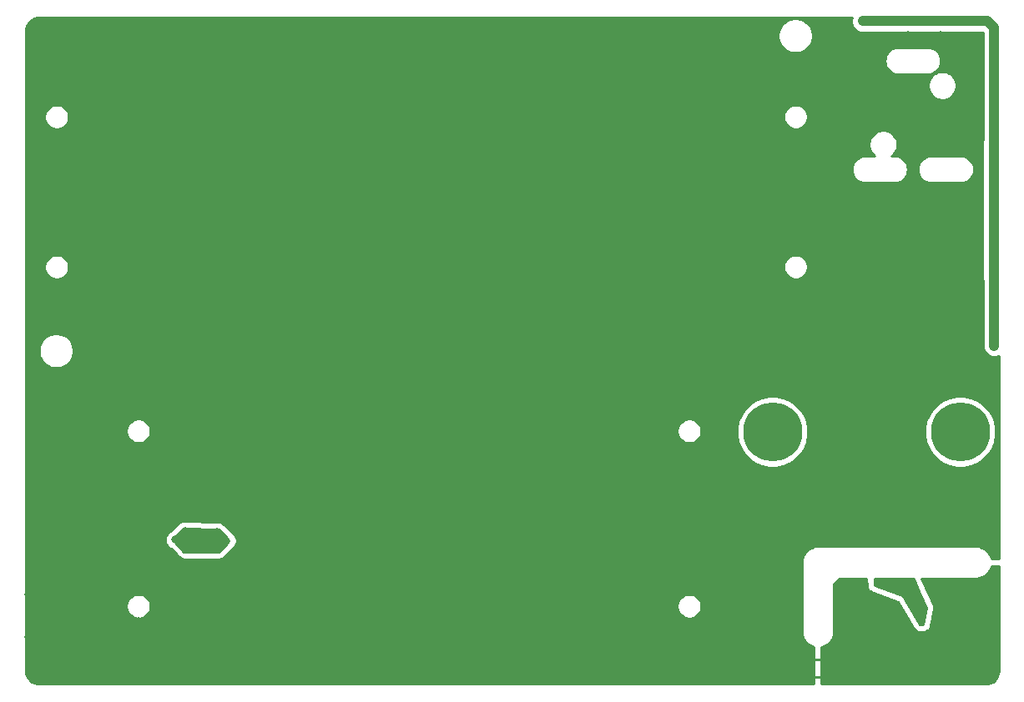
<source format=gbl>
G04 #@! TF.GenerationSoftware,KiCad,Pcbnew,(5.1.4)-1*
G04 #@! TF.CreationDate,2020-01-21T23:00:38-08:00*
G04 #@! TF.ProjectId,Light_intensity_data_logger,4c696768-745f-4696-9e74-656e73697479,rev?*
G04 #@! TF.SameCoordinates,Original*
G04 #@! TF.FileFunction,Copper,L2,Bot*
G04 #@! TF.FilePolarity,Positive*
%FSLAX46Y46*%
G04 Gerber Fmt 4.6, Leading zero omitted, Abs format (unit mm)*
G04 Created by KiCad (PCBNEW (5.1.4)-1) date 2020-01-21 23:00:38*
%MOMM*%
%LPD*%
G04 APERTURE LIST*
%ADD10C,6.000000*%
%ADD11C,0.800000*%
%ADD12C,0.250000*%
%ADD13C,1.000000*%
%ADD14C,0.254000*%
G04 APERTURE END LIST*
D10*
X149400000Y-74730000D03*
X168450000Y-74730000D03*
D11*
X161560000Y-93560000D03*
X161480000Y-94880000D03*
X161188703Y-92437044D03*
X158100000Y-91370000D03*
X159470000Y-91420000D03*
X167940000Y-93600000D03*
X169810000Y-93640000D03*
X158010000Y-97810000D03*
X160320000Y-96470000D03*
X139690000Y-91410000D03*
X139664999Y-93535001D03*
X142230000Y-73580000D03*
X142255001Y-75734999D03*
X106670000Y-91640000D03*
X106670000Y-93490000D03*
X87750000Y-55080000D03*
X93870000Y-55080000D03*
X99070000Y-55080000D03*
X103010000Y-55080000D03*
X107370000Y-55080000D03*
X116770000Y-48940000D03*
X118010000Y-55080000D03*
X129215000Y-54185000D03*
X124070000Y-60680000D03*
X88580000Y-41150000D03*
X92300000Y-41040000D03*
X104460000Y-38560000D03*
X108700000Y-38620000D03*
X110390000Y-37220000D03*
X158000000Y-39000000D03*
X154260000Y-39070000D03*
X164980000Y-40770000D03*
X157170000Y-36260000D03*
X159490000Y-34790000D03*
X163170000Y-34420000D03*
X161980000Y-40950000D03*
X162290000Y-43360000D03*
X170340000Y-34530000D03*
X166460000Y-34470000D03*
X144630000Y-46460000D03*
X143000000Y-49000000D03*
X143000000Y-52000000D03*
X138000000Y-54000000D03*
X128090000Y-64180000D03*
X131120000Y-61160000D03*
X134090000Y-58170000D03*
X136170000Y-56110000D03*
X134000000Y-55000000D03*
X130000000Y-58000000D03*
X127000000Y-61000000D03*
X124980000Y-57710000D03*
X122020000Y-47240000D03*
X121100000Y-59810000D03*
X119000000Y-63000000D03*
X112580000Y-57500000D03*
X116000000Y-60490000D03*
X117000000Y-66000000D03*
X114000000Y-63000000D03*
X110000000Y-65000000D03*
X109000000Y-58000000D03*
X105000000Y-61000000D03*
X102000000Y-65000000D03*
X100000000Y-58000000D03*
X90990000Y-57440000D03*
X86840000Y-57620000D03*
X84440000Y-63040000D03*
X95000000Y-60000000D03*
X83000000Y-58000000D03*
X84660000Y-69970000D03*
X80850000Y-66010000D03*
X77520000Y-61870000D03*
X91450000Y-68150000D03*
X88930000Y-67590000D03*
X97500000Y-68670000D03*
X104000000Y-68000000D03*
X74000000Y-40000000D03*
X74000000Y-35000000D03*
X76000000Y-33000000D03*
X80000000Y-33000000D03*
X85000000Y-33000000D03*
X90000000Y-33000000D03*
X95000000Y-33000000D03*
X100000000Y-33000000D03*
X105000000Y-33000000D03*
X110000000Y-33000000D03*
X115000000Y-33000000D03*
X120000000Y-33000000D03*
X124000000Y-33000000D03*
X129000000Y-33000000D03*
X134000000Y-33000000D03*
X139000000Y-33000000D03*
X144000000Y-33000000D03*
X150000000Y-33000000D03*
X155000000Y-33000000D03*
X119910000Y-38790000D03*
X124770000Y-38920000D03*
X130130000Y-38860000D03*
X135050000Y-38860000D03*
X139790000Y-38860000D03*
X148000000Y-36000000D03*
X77630000Y-40350000D03*
X75850000Y-39490000D03*
X80510000Y-41490000D03*
X96910000Y-51330000D03*
X101790000Y-44230000D03*
X110010000Y-42340000D03*
X115230000Y-42170000D03*
X120370000Y-42090000D03*
X126000000Y-46000000D03*
X110440000Y-48590000D03*
X96570000Y-46880000D03*
X102050000Y-49540000D03*
X105210000Y-42340000D03*
X125070000Y-42090000D03*
X124000000Y-51000000D03*
X169090000Y-42050000D03*
X170320000Y-48660000D03*
X170400000Y-52860000D03*
X151000000Y-55000000D03*
X147000000Y-58000000D03*
X144000000Y-62000000D03*
X141000000Y-64000000D03*
X139000000Y-67000000D03*
X136000000Y-69000000D03*
X133000000Y-70000000D03*
X133000000Y-79000000D03*
X130000000Y-82000000D03*
X134000000Y-82000000D03*
X138000000Y-82000000D03*
X141000000Y-81000000D03*
X136000000Y-80000000D03*
X139000000Y-70000000D03*
X143750000Y-70410000D03*
X142000000Y-69000000D03*
X143000000Y-66000000D03*
X146120000Y-67950000D03*
X146000000Y-63000000D03*
X148910000Y-65270000D03*
X149000000Y-58000000D03*
X118000000Y-84500000D03*
X121500000Y-84500000D03*
X126500000Y-84500000D03*
X131500000Y-84500000D03*
X136500000Y-84500000D03*
X140350000Y-84310000D03*
X142790000Y-81860000D03*
X144470000Y-79230000D03*
X144490000Y-75710000D03*
X144620000Y-72030000D03*
X147730000Y-68740000D03*
X150790000Y-65840000D03*
X164900000Y-49860000D03*
X161440000Y-52020000D03*
X156940000Y-51990000D03*
X152870000Y-63160000D03*
X99500000Y-81500000D03*
X102000000Y-83000000D03*
X106500000Y-82000000D03*
X110000000Y-83000000D03*
X108300000Y-79650000D03*
X118130000Y-92510000D03*
X120040000Y-98500000D03*
X117000000Y-98500000D03*
X113000000Y-89000000D03*
X113000000Y-92500000D03*
X113000000Y-97000000D03*
X111000000Y-98000000D03*
X78120000Y-72750000D03*
X78210000Y-81830000D03*
X79310000Y-92610000D03*
X74620000Y-69410000D03*
X75000000Y-63000000D03*
X79000000Y-67000000D03*
X82000000Y-70300000D03*
X73930000Y-95520000D03*
X83100000Y-85460000D03*
X81820000Y-74500000D03*
X82080000Y-78780000D03*
X74760000Y-85410000D03*
X86220000Y-80390000D03*
X87430000Y-85380000D03*
X90620000Y-81740000D03*
X79260000Y-100030000D03*
X74400000Y-99730000D03*
X85350000Y-87340000D03*
X82230000Y-90420000D03*
X86170000Y-99930000D03*
X90160000Y-92260000D03*
X87730000Y-92330000D03*
X87800000Y-97580000D03*
X90400000Y-99220000D03*
X93020000Y-97520000D03*
X172010000Y-86000000D03*
X166330000Y-85860000D03*
X161690000Y-85860000D03*
X158100000Y-86030000D03*
X154010000Y-86000000D03*
X152010000Y-89000000D03*
X152010000Y-93000000D03*
X152100000Y-95620000D03*
X148270000Y-95710000D03*
X143770000Y-95670000D03*
X143790000Y-91680000D03*
X143740000Y-86920000D03*
X147650000Y-82630000D03*
X147950000Y-91770000D03*
X157630000Y-80300000D03*
X155930000Y-69360000D03*
X153370000Y-75030000D03*
X153170000Y-72440000D03*
X160900000Y-65170000D03*
X167010000Y-100000000D03*
X171010000Y-100000000D03*
X171200000Y-96010000D03*
X172010000Y-93000000D03*
X172010000Y-89000000D03*
X165010000Y-90000000D03*
X166690000Y-91300000D03*
X169860000Y-91410000D03*
X169180000Y-98100000D03*
X98140000Y-98240000D03*
X158200000Y-46330000D03*
X151830000Y-46440000D03*
X155650000Y-48810000D03*
X100560000Y-85100000D03*
X103700000Y-85060000D03*
X106940000Y-84970000D03*
X111760000Y-85000000D03*
X108490000Y-87550000D03*
X105520000Y-87600000D03*
X103340000Y-87550000D03*
X80940000Y-51170000D03*
X79860000Y-46730000D03*
X75490000Y-49530000D03*
X74590000Y-44260000D03*
X122050000Y-86970000D03*
X126660000Y-87130000D03*
X130640000Y-87130000D03*
X133870000Y-87060000D03*
X138370000Y-87080000D03*
X89490000Y-42870000D03*
X89490000Y-45490000D03*
X89490000Y-47980000D03*
X89490000Y-50500000D03*
X89520000Y-53330000D03*
X84650000Y-53960000D03*
X86030000Y-41510000D03*
X83330000Y-41580000D03*
X82390000Y-45060000D03*
X134610000Y-41990000D03*
X132540000Y-41970000D03*
X129180000Y-42090000D03*
X128730000Y-44860000D03*
X128610000Y-48100000D03*
X128810000Y-51130000D03*
X132020000Y-54340000D03*
X117150000Y-37120000D03*
X114000000Y-34530000D03*
X110620000Y-34920000D03*
X117010000Y-34890000D03*
X125070000Y-82590000D03*
X120480000Y-82570000D03*
X115810000Y-82520000D03*
X112740000Y-79500000D03*
X120600000Y-69670000D03*
X122730000Y-67250000D03*
X125990000Y-63450000D03*
X124900000Y-65620000D03*
X122560000Y-62110000D03*
X120660000Y-73810000D03*
X120646678Y-78825000D03*
X113020000Y-74720000D03*
X113010000Y-70815000D03*
X113012653Y-77627347D03*
X92680000Y-74780000D03*
X92710000Y-71320000D03*
X95290000Y-74630000D03*
X100340000Y-74720000D03*
X102840000Y-78190000D03*
X102840000Y-74670000D03*
X105360000Y-74740000D03*
X115570000Y-74650000D03*
X118120000Y-74740000D03*
X115550000Y-70815000D03*
X116780000Y-79950000D03*
X105400000Y-78220000D03*
X105530000Y-70300000D03*
X118800000Y-79490000D03*
X118100000Y-70990000D03*
X92710000Y-92480000D03*
X92710000Y-88840000D03*
X95260000Y-92520000D03*
X95260000Y-89070000D03*
X95500000Y-98580000D03*
X100320000Y-88940000D03*
X100310000Y-92480000D03*
X100310000Y-96830000D03*
X102870000Y-96930000D03*
X102830000Y-92490000D03*
X118090000Y-88990000D03*
X123190000Y-92490000D03*
X123180000Y-89010000D03*
X123170000Y-97100000D03*
X128300000Y-96210000D03*
X128280000Y-92500000D03*
X130760000Y-92500000D03*
X130760000Y-96230000D03*
X133340000Y-96160000D03*
X133340000Y-92520000D03*
X135910000Y-92500000D03*
X135870000Y-95730000D03*
X138400000Y-95830000D03*
X140970000Y-95830000D03*
X163640000Y-98450000D03*
X165860000Y-96190000D03*
X153210000Y-57350000D03*
X155450000Y-59310000D03*
X153530000Y-60710000D03*
X150630000Y-59020000D03*
X155050000Y-60560000D03*
X153410000Y-52620000D03*
X152180000Y-60660000D03*
X154980000Y-57890000D03*
X122610000Y-65010000D03*
X125590000Y-61870000D03*
X117820000Y-69365000D03*
X119222347Y-68192347D03*
X144090000Y-37930000D03*
X165310000Y-43360000D03*
X74650000Y-78170000D03*
X82330000Y-95470000D03*
X74620000Y-73780000D03*
X157940000Y-93710000D03*
X156810000Y-91020000D03*
X74630000Y-54650000D03*
X76730000Y-56140000D03*
X78440000Y-57880000D03*
X110790000Y-67830000D03*
X92710000Y-78140000D03*
X95220000Y-78140000D03*
X97790000Y-78230000D03*
X100310000Y-78230000D03*
X97820000Y-74730000D03*
X95250000Y-69640000D03*
X100310000Y-69640000D03*
X103410000Y-79935000D03*
X99170000Y-79890000D03*
X89000000Y-79550000D03*
X94990000Y-81690000D03*
X85060000Y-93940000D03*
X90180000Y-88820000D03*
X87670000Y-88260000D03*
X85100000Y-90960000D03*
X151860000Y-41260000D03*
X148190000Y-42550000D03*
X171260000Y-78300000D03*
X170400000Y-57060000D03*
X158470000Y-57380000D03*
X167100000Y-52700000D03*
X167130000Y-44790000D03*
X170380000Y-44410000D03*
X167660000Y-81950000D03*
X170430000Y-61310000D03*
X170470000Y-65890000D03*
X165270000Y-72370000D03*
X166050000Y-78020000D03*
X151080000Y-78330000D03*
X156090000Y-40650000D03*
X147040000Y-39760000D03*
X158140000Y-42700000D03*
X159960000Y-72940000D03*
X74250000Y-87530000D03*
X73910000Y-91270000D03*
X77620000Y-87530000D03*
X80850000Y-87550000D03*
X78150000Y-96850000D03*
X79260000Y-85280000D03*
X169170000Y-38210000D03*
X162680000Y-46500000D03*
X166370000Y-46430000D03*
X154210000Y-46500000D03*
X154250000Y-42550000D03*
X150920000Y-69570000D03*
X155100000Y-65380000D03*
X158110000Y-62730000D03*
X147290000Y-71290000D03*
X171940000Y-72760000D03*
X170410000Y-69810000D03*
X163540000Y-56770000D03*
X164790000Y-61980000D03*
X158550000Y-33020000D03*
X160900000Y-33020000D03*
X162850000Y-33020000D03*
X165120000Y-33020000D03*
X167110000Y-33020000D03*
X169050000Y-33020000D03*
X171170000Y-33020000D03*
X171900000Y-34420000D03*
X171900000Y-36450000D03*
X171860000Y-48580000D03*
X171860000Y-50570000D03*
X171860000Y-52830000D03*
X171860000Y-54910000D03*
X171860000Y-56770000D03*
X171860000Y-58600000D03*
X171870000Y-60850000D03*
X171870000Y-63520000D03*
X171870000Y-66070000D03*
X164740000Y-92620000D03*
X163640000Y-91600000D03*
X163638807Y-90149999D03*
X161910000Y-90149999D03*
X164480000Y-93960000D03*
X160250000Y-90150000D03*
X93045020Y-86644990D03*
X93045020Y-84875020D03*
X94010000Y-85800000D03*
X89794980Y-86614980D03*
X88830000Y-85690000D03*
X89794980Y-84845010D03*
D12*
X161560000Y-93560000D02*
X161560000Y-94800000D01*
X161560000Y-94800000D02*
X161480000Y-94880000D01*
X161188703Y-93002729D02*
X161570000Y-93384026D01*
X161188703Y-92437044D02*
X161188703Y-93002729D01*
X161570000Y-93384026D02*
X161570000Y-93590000D01*
X157740000Y-93570000D02*
X157740000Y-91730000D01*
X157740000Y-91730000D02*
X158100000Y-91370000D01*
X158904315Y-91420000D02*
X158804315Y-91320000D01*
X159470000Y-91420000D02*
X158904315Y-91420000D01*
X158804315Y-91320000D02*
X158050000Y-91320000D01*
X158050000Y-91320000D02*
X158000000Y-91370000D01*
X167180000Y-93620000D02*
X168580000Y-93620000D01*
X169810000Y-93640000D02*
X167190000Y-93640000D01*
X167190000Y-93640000D02*
X167180000Y-93630000D01*
X158010000Y-97810000D02*
X158980000Y-97810000D01*
X158980000Y-97810000D02*
X160320000Y-96470000D01*
X158010000Y-97810000D02*
X151540000Y-97810000D01*
X151540000Y-97810000D02*
X151530000Y-97800000D01*
X158010000Y-98375685D02*
X156745685Y-99640000D01*
X158010000Y-97810000D02*
X158010000Y-98375685D01*
X156745685Y-99640000D02*
X151530000Y-99640000D01*
X151530000Y-99640000D02*
X151520000Y-99650000D01*
D13*
X158550000Y-33020000D02*
X171230000Y-33020000D01*
X171230000Y-33020000D02*
X171870000Y-33660000D01*
X171870000Y-45140000D02*
X171860000Y-45150000D01*
X171870000Y-33660000D02*
X171870000Y-45140000D01*
X171860000Y-45150000D02*
X171860000Y-48580000D01*
X171860000Y-48580000D02*
X171860000Y-58600000D01*
X171860000Y-59165685D02*
X171880000Y-59185685D01*
X171860000Y-58600000D02*
X171860000Y-59165685D01*
X171880000Y-59185685D02*
X171880000Y-65990000D01*
D12*
X163640000Y-91600000D02*
X163640000Y-90151192D01*
X163640000Y-90151192D02*
X163638807Y-90149999D01*
X161910000Y-90149999D02*
X163630001Y-90149999D01*
X163630001Y-90149999D02*
X163650000Y-90130000D01*
X164340001Y-92220001D02*
X164330001Y-92220001D01*
X164740000Y-92620000D02*
X164340001Y-92220001D01*
X164330001Y-92220001D02*
X163650000Y-91540000D01*
X164480000Y-93960000D02*
X164480000Y-92880000D01*
X164480000Y-92880000D02*
X164740000Y-92620000D01*
X161910000Y-90149999D02*
X160250001Y-90149999D01*
X160250001Y-90149999D02*
X160250000Y-90150000D01*
X93445019Y-85275019D02*
X93465019Y-85275019D01*
X93045020Y-84875020D02*
X93445019Y-85275019D01*
X93465019Y-85275019D02*
X93980000Y-85790000D01*
X93980000Y-85790000D02*
X93930000Y-85790000D01*
X93930000Y-85790000D02*
X93090000Y-86630000D01*
X93090000Y-86630000D02*
X93080000Y-86630000D01*
X90574990Y-85844980D02*
X89794980Y-86624990D01*
X93045020Y-85844980D02*
X90574990Y-85844980D01*
X93045020Y-85844980D02*
X93045020Y-84875020D01*
X93045020Y-86644990D02*
X93045020Y-85844980D01*
X89394981Y-86214981D02*
X89374981Y-86214981D01*
X89750000Y-84860000D02*
X89760000Y-84860000D01*
X88860000Y-85700000D02*
X88910000Y-85700000D01*
X89794980Y-86614980D02*
X89394981Y-86214981D01*
X89374981Y-86214981D02*
X88860000Y-85700000D01*
X88910000Y-85700000D02*
X89750000Y-84860000D01*
X89794980Y-84845010D02*
X89794980Y-86614980D01*
D14*
G36*
X164011730Y-90286594D02*
G01*
X164014774Y-90301898D01*
X164092795Y-90490256D01*
X164121022Y-90532501D01*
X165037277Y-92594074D01*
X164686895Y-94263000D01*
X164332499Y-94263000D01*
X162639360Y-91395429D01*
X162624661Y-91375335D01*
X162606325Y-91358494D01*
X162573732Y-91340767D01*
X159762007Y-90309477D01*
X159724490Y-89656682D01*
X163727553Y-89647196D01*
X164011730Y-90286594D01*
X164011730Y-90286594D01*
G37*
X164011730Y-90286594D02*
X164014774Y-90301898D01*
X164092795Y-90490256D01*
X164121022Y-90532501D01*
X165037277Y-92594074D01*
X164686895Y-94263000D01*
X164332499Y-94263000D01*
X162639360Y-91395429D01*
X162624661Y-91375335D01*
X162606325Y-91358494D01*
X162573732Y-91340767D01*
X159762007Y-90309477D01*
X159724490Y-89656682D01*
X163727553Y-89647196D01*
X164011730Y-90286594D01*
G36*
X93176569Y-84606563D02*
G01*
X94043000Y-85482211D01*
X94043000Y-86096576D01*
X93198653Y-86922567D01*
X89703427Y-86893440D01*
X88817737Y-85998525D01*
X88826255Y-85393758D01*
X89651752Y-84577432D01*
X93176569Y-84606563D01*
X93176569Y-84606563D01*
G37*
X93176569Y-84606563D02*
X94043000Y-85482211D01*
X94043000Y-86096576D01*
X93198653Y-86922567D01*
X89703427Y-86893440D01*
X88817737Y-85998525D01*
X88826255Y-85393758D01*
X89651752Y-84577432D01*
X93176569Y-84606563D01*
G36*
X172340001Y-98967711D02*
G01*
X172311375Y-99259660D01*
X172235965Y-99509429D01*
X172113477Y-99739794D01*
X171948579Y-99941979D01*
X171747546Y-100108288D01*
X171518046Y-100232378D01*
X171268805Y-100309531D01*
X170978911Y-100340000D01*
X154377000Y-100340000D01*
X154377000Y-96577242D01*
X154638715Y-96497852D01*
X154922752Y-96346031D01*
X155171714Y-96141714D01*
X155376031Y-95892752D01*
X155527852Y-95608715D01*
X155621343Y-95300516D01*
X155645000Y-95060322D01*
X155645000Y-90157239D01*
X156187239Y-89615000D01*
X158958837Y-89615000D01*
X159006046Y-90436434D01*
X159022825Y-90549400D01*
X159063831Y-90666934D01*
X159126978Y-90774210D01*
X159209840Y-90867105D01*
X159309233Y-90942050D01*
X159421338Y-90996164D01*
X162098476Y-91978090D01*
X163713200Y-94712854D01*
X163810987Y-94839013D01*
X163907213Y-94917983D01*
X164016996Y-94976664D01*
X164136118Y-95012799D01*
X164260000Y-95025000D01*
X164790000Y-95025000D01*
X164907280Y-95014076D01*
X165026778Y-94979204D01*
X165137176Y-94921689D01*
X165234233Y-94843742D01*
X165314218Y-94748358D01*
X165374057Y-94639203D01*
X165411452Y-94520471D01*
X165455987Y-94308346D01*
X165475226Y-94261898D01*
X165515000Y-94061939D01*
X165515000Y-94027256D01*
X165791452Y-92710471D01*
X165804793Y-92563793D01*
X165789434Y-92440263D01*
X165750270Y-92322102D01*
X164547114Y-89615000D01*
X170090322Y-89615000D01*
X170330516Y-89591343D01*
X170638715Y-89497852D01*
X170922752Y-89346031D01*
X171171714Y-89141714D01*
X171376031Y-88892752D01*
X171527852Y-88608715D01*
X171598142Y-88377000D01*
X172340001Y-88377000D01*
X172340001Y-98967711D01*
X172340001Y-98967711D01*
G37*
X172340001Y-98967711D02*
X172311375Y-99259660D01*
X172235965Y-99509429D01*
X172113477Y-99739794D01*
X171948579Y-99941979D01*
X171747546Y-100108288D01*
X171518046Y-100232378D01*
X171268805Y-100309531D01*
X170978911Y-100340000D01*
X154377000Y-100340000D01*
X154377000Y-96577242D01*
X154638715Y-96497852D01*
X154922752Y-96346031D01*
X155171714Y-96141714D01*
X155376031Y-95892752D01*
X155527852Y-95608715D01*
X155621343Y-95300516D01*
X155645000Y-95060322D01*
X155645000Y-90157239D01*
X156187239Y-89615000D01*
X158958837Y-89615000D01*
X159006046Y-90436434D01*
X159022825Y-90549400D01*
X159063831Y-90666934D01*
X159126978Y-90774210D01*
X159209840Y-90867105D01*
X159309233Y-90942050D01*
X159421338Y-90996164D01*
X162098476Y-91978090D01*
X163713200Y-94712854D01*
X163810987Y-94839013D01*
X163907213Y-94917983D01*
X164016996Y-94976664D01*
X164136118Y-95012799D01*
X164260000Y-95025000D01*
X164790000Y-95025000D01*
X164907280Y-95014076D01*
X165026778Y-94979204D01*
X165137176Y-94921689D01*
X165234233Y-94843742D01*
X165314218Y-94748358D01*
X165374057Y-94639203D01*
X165411452Y-94520471D01*
X165455987Y-94308346D01*
X165475226Y-94261898D01*
X165515000Y-94061939D01*
X165515000Y-94027256D01*
X165791452Y-92710471D01*
X165804793Y-92563793D01*
X165789434Y-92440263D01*
X165750270Y-92322102D01*
X164547114Y-89615000D01*
X170090322Y-89615000D01*
X170330516Y-89591343D01*
X170638715Y-89497852D01*
X170922752Y-89346031D01*
X171171714Y-89141714D01*
X171376031Y-88892752D01*
X171527852Y-88608715D01*
X171598142Y-88377000D01*
X172340001Y-88377000D01*
X172340001Y-98967711D01*
G36*
X157431423Y-32797501D02*
G01*
X157409509Y-33020000D01*
X157431423Y-33242499D01*
X157496324Y-33456447D01*
X157601716Y-33653623D01*
X157743551Y-33826449D01*
X157916377Y-33968284D01*
X158113553Y-34073676D01*
X158327501Y-34138577D01*
X158494248Y-34155000D01*
X170735000Y-34155000D01*
X170735001Y-44992706D01*
X170719509Y-45150000D01*
X170725000Y-45205752D01*
X170725001Y-48524239D01*
X170725000Y-48524249D01*
X170725001Y-58544239D01*
X170725000Y-58544249D01*
X170725000Y-59109934D01*
X170719509Y-59165685D01*
X170725000Y-59221436D01*
X170725000Y-59221437D01*
X170741423Y-59388184D01*
X170745000Y-59399976D01*
X170745001Y-66045752D01*
X170761424Y-66212499D01*
X170826325Y-66426447D01*
X170931717Y-66623623D01*
X171073552Y-66796449D01*
X171246378Y-66938284D01*
X171443554Y-67043676D01*
X171657502Y-67108577D01*
X171880000Y-67130491D01*
X172102499Y-67108577D01*
X172316447Y-67043676D01*
X172340001Y-67031086D01*
X172340001Y-87623000D01*
X171610276Y-87623000D01*
X171527852Y-87351285D01*
X171376031Y-87067248D01*
X171171714Y-86818286D01*
X170922752Y-86613969D01*
X170638715Y-86462148D01*
X170330516Y-86368657D01*
X170090322Y-86345000D01*
X154090322Y-86345000D01*
X154010000Y-86337089D01*
X153929678Y-86345000D01*
X153689484Y-86368657D01*
X153381285Y-86462148D01*
X153097248Y-86613969D01*
X152848286Y-86818286D01*
X152643969Y-87067248D01*
X152492148Y-87351285D01*
X152398657Y-87659484D01*
X152367089Y-87980000D01*
X152375000Y-88060322D01*
X152375001Y-95060322D01*
X152398658Y-95300516D01*
X152492149Y-95608715D01*
X152643970Y-95892752D01*
X152848287Y-96141714D01*
X153097249Y-96346031D01*
X153381286Y-96497852D01*
X153623000Y-96571175D01*
X153623000Y-100340000D01*
X75032279Y-100340000D01*
X74740340Y-100311375D01*
X74490571Y-100235965D01*
X74260206Y-100113477D01*
X74058021Y-99948579D01*
X73891712Y-99747546D01*
X73767622Y-99518046D01*
X73690469Y-99268805D01*
X73660000Y-98978911D01*
X73660000Y-92324856D01*
X83840000Y-92324856D01*
X83840000Y-92567144D01*
X83887269Y-92804778D01*
X83979989Y-93028623D01*
X84114597Y-93230079D01*
X84285921Y-93401403D01*
X84487377Y-93536011D01*
X84711222Y-93628731D01*
X84948856Y-93676000D01*
X85191144Y-93676000D01*
X85428778Y-93628731D01*
X85652623Y-93536011D01*
X85854079Y-93401403D01*
X86025403Y-93230079D01*
X86160011Y-93028623D01*
X86252731Y-92804778D01*
X86300000Y-92567144D01*
X86300000Y-92324856D01*
X139720000Y-92324856D01*
X139720000Y-92567144D01*
X139767269Y-92804778D01*
X139859989Y-93028623D01*
X139994597Y-93230079D01*
X140165921Y-93401403D01*
X140367377Y-93536011D01*
X140591222Y-93628731D01*
X140828856Y-93676000D01*
X141071144Y-93676000D01*
X141308778Y-93628731D01*
X141532623Y-93536011D01*
X141734079Y-93401403D01*
X141905403Y-93230079D01*
X142040011Y-93028623D01*
X142132731Y-92804778D01*
X142180000Y-92567144D01*
X142180000Y-92324856D01*
X142132731Y-92087222D01*
X142040011Y-91863377D01*
X141905403Y-91661921D01*
X141734079Y-91490597D01*
X141532623Y-91355989D01*
X141308778Y-91263269D01*
X141071144Y-91216000D01*
X140828856Y-91216000D01*
X140591222Y-91263269D01*
X140367377Y-91355989D01*
X140165921Y-91490597D01*
X139994597Y-91661921D01*
X139859989Y-91863377D01*
X139767269Y-92087222D01*
X139720000Y-92324856D01*
X86300000Y-92324856D01*
X86252731Y-92087222D01*
X86160011Y-91863377D01*
X86025403Y-91661921D01*
X85854079Y-91490597D01*
X85652623Y-91355989D01*
X85428778Y-91263269D01*
X85191144Y-91216000D01*
X84948856Y-91216000D01*
X84711222Y-91263269D01*
X84487377Y-91355989D01*
X84285921Y-91490597D01*
X84114597Y-91661921D01*
X83979989Y-91863377D01*
X83887269Y-92087222D01*
X83840000Y-92324856D01*
X73660000Y-92324856D01*
X73660000Y-85588061D01*
X87795000Y-85588061D01*
X87795000Y-85791939D01*
X87834774Y-85991898D01*
X87912795Y-86180256D01*
X88026063Y-86349774D01*
X88170226Y-86493937D01*
X88339744Y-86607205D01*
X88353825Y-86613038D01*
X88954307Y-87219775D01*
X88991043Y-87274754D01*
X89135206Y-87418917D01*
X89183006Y-87450856D01*
X89198667Y-87466680D01*
X89292825Y-87545025D01*
X89402116Y-87604618D01*
X89520932Y-87641745D01*
X89644709Y-87654978D01*
X93244709Y-87684978D01*
X93367031Y-87674122D01*
X93486543Y-87639298D01*
X93596964Y-87581828D01*
X93694052Y-87503920D01*
X94496776Y-86718646D01*
X94500256Y-86717205D01*
X94669774Y-86603937D01*
X94813937Y-86459774D01*
X94927205Y-86290256D01*
X95005226Y-86101898D01*
X95045000Y-85901939D01*
X95045000Y-85698061D01*
X95005226Y-85498102D01*
X94927205Y-85309744D01*
X94813937Y-85140226D01*
X94669774Y-84996063D01*
X94564031Y-84925408D01*
X93681382Y-84033369D01*
X93587138Y-83954950D01*
X93477844Y-83895365D01*
X93359025Y-83858246D01*
X93235248Y-83845022D01*
X93169369Y-83844478D01*
X93146959Y-83840020D01*
X92943081Y-83840020D01*
X92930592Y-83842504D01*
X89935852Y-83817754D01*
X89896919Y-83810010D01*
X89693041Y-83810010D01*
X89665347Y-83815519D01*
X89605248Y-83815022D01*
X89479599Y-83826519D01*
X89360277Y-83861988D01*
X89250168Y-83920054D01*
X89153503Y-83998486D01*
X88392658Y-84750877D01*
X88339744Y-84772795D01*
X88170226Y-84886063D01*
X88026063Y-85030226D01*
X87912795Y-85199744D01*
X87834774Y-85388102D01*
X87795000Y-85588061D01*
X73660000Y-85588061D01*
X73660000Y-74514856D01*
X83840000Y-74514856D01*
X83840000Y-74757144D01*
X83887269Y-74994778D01*
X83979989Y-75218623D01*
X84114597Y-75420079D01*
X84285921Y-75591403D01*
X84487377Y-75726011D01*
X84711222Y-75818731D01*
X84948856Y-75866000D01*
X85191144Y-75866000D01*
X85428778Y-75818731D01*
X85652623Y-75726011D01*
X85854079Y-75591403D01*
X86025403Y-75420079D01*
X86160011Y-75218623D01*
X86252731Y-74994778D01*
X86300000Y-74757144D01*
X86300000Y-74514856D01*
X139720000Y-74514856D01*
X139720000Y-74757144D01*
X139767269Y-74994778D01*
X139859989Y-75218623D01*
X139994597Y-75420079D01*
X140165921Y-75591403D01*
X140367377Y-75726011D01*
X140591222Y-75818731D01*
X140828856Y-75866000D01*
X141071144Y-75866000D01*
X141308778Y-75818731D01*
X141532623Y-75726011D01*
X141734079Y-75591403D01*
X141905403Y-75420079D01*
X142040011Y-75218623D01*
X142132731Y-74994778D01*
X142180000Y-74757144D01*
X142180000Y-74514856D01*
X142151581Y-74371984D01*
X145765000Y-74371984D01*
X145765000Y-75088016D01*
X145904691Y-75790290D01*
X146178705Y-76451818D01*
X146576511Y-77047177D01*
X147082823Y-77553489D01*
X147678182Y-77951295D01*
X148339710Y-78225309D01*
X149041984Y-78365000D01*
X149758016Y-78365000D01*
X150460290Y-78225309D01*
X151121818Y-77951295D01*
X151717177Y-77553489D01*
X152223489Y-77047177D01*
X152621295Y-76451818D01*
X152895309Y-75790290D01*
X153035000Y-75088016D01*
X153035000Y-74371984D01*
X164815000Y-74371984D01*
X164815000Y-75088016D01*
X164954691Y-75790290D01*
X165228705Y-76451818D01*
X165626511Y-77047177D01*
X166132823Y-77553489D01*
X166728182Y-77951295D01*
X167389710Y-78225309D01*
X168091984Y-78365000D01*
X168808016Y-78365000D01*
X169510290Y-78225309D01*
X170171818Y-77951295D01*
X170767177Y-77553489D01*
X171273489Y-77047177D01*
X171671295Y-76451818D01*
X171945309Y-75790290D01*
X172085000Y-75088016D01*
X172085000Y-74371984D01*
X171945309Y-73669710D01*
X171671295Y-73008182D01*
X171273489Y-72412823D01*
X170767177Y-71906511D01*
X170171818Y-71508705D01*
X169510290Y-71234691D01*
X168808016Y-71095000D01*
X168091984Y-71095000D01*
X167389710Y-71234691D01*
X166728182Y-71508705D01*
X166132823Y-71906511D01*
X165626511Y-72412823D01*
X165228705Y-73008182D01*
X164954691Y-73669710D01*
X164815000Y-74371984D01*
X153035000Y-74371984D01*
X152895309Y-73669710D01*
X152621295Y-73008182D01*
X152223489Y-72412823D01*
X151717177Y-71906511D01*
X151121818Y-71508705D01*
X150460290Y-71234691D01*
X149758016Y-71095000D01*
X149041984Y-71095000D01*
X148339710Y-71234691D01*
X147678182Y-71508705D01*
X147082823Y-71906511D01*
X146576511Y-72412823D01*
X146178705Y-73008182D01*
X145904691Y-73669710D01*
X145765000Y-74371984D01*
X142151581Y-74371984D01*
X142132731Y-74277222D01*
X142040011Y-74053377D01*
X141905403Y-73851921D01*
X141734079Y-73680597D01*
X141532623Y-73545989D01*
X141308778Y-73453269D01*
X141071144Y-73406000D01*
X140828856Y-73406000D01*
X140591222Y-73453269D01*
X140367377Y-73545989D01*
X140165921Y-73680597D01*
X139994597Y-73851921D01*
X139859989Y-74053377D01*
X139767269Y-74277222D01*
X139720000Y-74514856D01*
X86300000Y-74514856D01*
X86252731Y-74277222D01*
X86160011Y-74053377D01*
X86025403Y-73851921D01*
X85854079Y-73680597D01*
X85652623Y-73545989D01*
X85428778Y-73453269D01*
X85191144Y-73406000D01*
X84948856Y-73406000D01*
X84711222Y-73453269D01*
X84487377Y-73545989D01*
X84285921Y-73680597D01*
X84114597Y-73851921D01*
X83979989Y-74053377D01*
X83887269Y-74277222D01*
X83840000Y-74514856D01*
X73660000Y-74514856D01*
X73660000Y-66316415D01*
X74980420Y-66316415D01*
X74980420Y-66663105D01*
X75048056Y-67003133D01*
X75180728Y-67323433D01*
X75373339Y-67611695D01*
X75618485Y-67856841D01*
X75906747Y-68049452D01*
X76227047Y-68182124D01*
X76567075Y-68249760D01*
X76913765Y-68249760D01*
X77253793Y-68182124D01*
X77574093Y-68049452D01*
X77862355Y-67856841D01*
X78107501Y-67611695D01*
X78300112Y-67323433D01*
X78432784Y-67003133D01*
X78500420Y-66663105D01*
X78500420Y-66316415D01*
X78432784Y-65976387D01*
X78300112Y-65656087D01*
X78107501Y-65367825D01*
X77862355Y-65122679D01*
X77574093Y-64930068D01*
X77253793Y-64797396D01*
X76913765Y-64729760D01*
X76567075Y-64729760D01*
X76227047Y-64797396D01*
X75906747Y-64930068D01*
X75618485Y-65122679D01*
X75373339Y-65367825D01*
X75180728Y-65656087D01*
X75048056Y-65976387D01*
X74980420Y-66316415D01*
X73660000Y-66316415D01*
X73660000Y-57878856D01*
X75550000Y-57878856D01*
X75550000Y-58121144D01*
X75597269Y-58358778D01*
X75689989Y-58582623D01*
X75824597Y-58784079D01*
X75995921Y-58955403D01*
X76197377Y-59090011D01*
X76421222Y-59182731D01*
X76658856Y-59230000D01*
X76901144Y-59230000D01*
X77138778Y-59182731D01*
X77362623Y-59090011D01*
X77564079Y-58955403D01*
X77735403Y-58784079D01*
X77870011Y-58582623D01*
X77962731Y-58358778D01*
X78010000Y-58121144D01*
X78010000Y-57878856D01*
X78006022Y-57858856D01*
X150530000Y-57858856D01*
X150530000Y-58101144D01*
X150577269Y-58338778D01*
X150669989Y-58562623D01*
X150804597Y-58764079D01*
X150975921Y-58935403D01*
X151177377Y-59070011D01*
X151401222Y-59162731D01*
X151638856Y-59210000D01*
X151881144Y-59210000D01*
X152118778Y-59162731D01*
X152342623Y-59070011D01*
X152544079Y-58935403D01*
X152715403Y-58764079D01*
X152850011Y-58562623D01*
X152942731Y-58338778D01*
X152990000Y-58101144D01*
X152990000Y-57858856D01*
X152942731Y-57621222D01*
X152850011Y-57397377D01*
X152715403Y-57195921D01*
X152544079Y-57024597D01*
X152342623Y-56889989D01*
X152118778Y-56797269D01*
X151881144Y-56750000D01*
X151638856Y-56750000D01*
X151401222Y-56797269D01*
X151177377Y-56889989D01*
X150975921Y-57024597D01*
X150804597Y-57195921D01*
X150669989Y-57397377D01*
X150577269Y-57621222D01*
X150530000Y-57858856D01*
X78006022Y-57858856D01*
X77962731Y-57641222D01*
X77870011Y-57417377D01*
X77735403Y-57215921D01*
X77564079Y-57044597D01*
X77362623Y-56909989D01*
X77138778Y-56817269D01*
X76901144Y-56770000D01*
X76658856Y-56770000D01*
X76421222Y-56817269D01*
X76197377Y-56909989D01*
X75995921Y-57044597D01*
X75824597Y-57215921D01*
X75689989Y-57417377D01*
X75597269Y-57641222D01*
X75550000Y-57878856D01*
X73660000Y-57878856D01*
X73660000Y-48085000D01*
X157448420Y-48085000D01*
X157474678Y-48351607D01*
X157552445Y-48607968D01*
X157678730Y-48844231D01*
X157848682Y-49051318D01*
X158055769Y-49221270D01*
X158292032Y-49347555D01*
X158548393Y-49425322D01*
X158748191Y-49445000D01*
X161831809Y-49445000D01*
X162031607Y-49425322D01*
X162287968Y-49347555D01*
X162524231Y-49221270D01*
X162731318Y-49051318D01*
X162901270Y-48844231D01*
X163027555Y-48607968D01*
X163105322Y-48351607D01*
X163131580Y-48085000D01*
X164148420Y-48085000D01*
X164174678Y-48351607D01*
X164252445Y-48607968D01*
X164378730Y-48844231D01*
X164548682Y-49051318D01*
X164755769Y-49221270D01*
X164992032Y-49347555D01*
X165248393Y-49425322D01*
X165448191Y-49445000D01*
X168531809Y-49445000D01*
X168731607Y-49425322D01*
X168987968Y-49347555D01*
X169224231Y-49221270D01*
X169431318Y-49051318D01*
X169601270Y-48844231D01*
X169727555Y-48607968D01*
X169805322Y-48351607D01*
X169831580Y-48085000D01*
X169805322Y-47818393D01*
X169727555Y-47562032D01*
X169601270Y-47325769D01*
X169431318Y-47118682D01*
X169224231Y-46948730D01*
X168987968Y-46822445D01*
X168731607Y-46744678D01*
X168531809Y-46725000D01*
X165448191Y-46725000D01*
X165248393Y-46744678D01*
X164992032Y-46822445D01*
X164755769Y-46948730D01*
X164548682Y-47118682D01*
X164378730Y-47325769D01*
X164252445Y-47562032D01*
X164174678Y-47818393D01*
X164148420Y-48085000D01*
X163131580Y-48085000D01*
X163105322Y-47818393D01*
X163027555Y-47562032D01*
X162901270Y-47325769D01*
X162731318Y-47118682D01*
X162524231Y-46948730D01*
X162287968Y-46822445D01*
X162031607Y-46744678D01*
X161831809Y-46725000D01*
X161479385Y-46725000D01*
X161554759Y-46674637D01*
X161754637Y-46474759D01*
X161911680Y-46239727D01*
X162019853Y-45978574D01*
X162075000Y-45701335D01*
X162075000Y-45418665D01*
X162019853Y-45141426D01*
X161911680Y-44880273D01*
X161754637Y-44645241D01*
X161554759Y-44445363D01*
X161319727Y-44288320D01*
X161058574Y-44180147D01*
X160781335Y-44125000D01*
X160498665Y-44125000D01*
X160221426Y-44180147D01*
X159960273Y-44288320D01*
X159725241Y-44445363D01*
X159525363Y-44645241D01*
X159368320Y-44880273D01*
X159260147Y-45141426D01*
X159205000Y-45418665D01*
X159205000Y-45701335D01*
X159260147Y-45978574D01*
X159368320Y-46239727D01*
X159525363Y-46474759D01*
X159725241Y-46674637D01*
X159800615Y-46725000D01*
X158748191Y-46725000D01*
X158548393Y-46744678D01*
X158292032Y-46822445D01*
X158055769Y-46948730D01*
X157848682Y-47118682D01*
X157678730Y-47325769D01*
X157552445Y-47562032D01*
X157474678Y-47818393D01*
X157448420Y-48085000D01*
X73660000Y-48085000D01*
X73660000Y-42638856D01*
X75550000Y-42638856D01*
X75550000Y-42881144D01*
X75597269Y-43118778D01*
X75689989Y-43342623D01*
X75824597Y-43544079D01*
X75995921Y-43715403D01*
X76197377Y-43850011D01*
X76421222Y-43942731D01*
X76658856Y-43990000D01*
X76901144Y-43990000D01*
X77138778Y-43942731D01*
X77362623Y-43850011D01*
X77564079Y-43715403D01*
X77735403Y-43544079D01*
X77870011Y-43342623D01*
X77962731Y-43118778D01*
X78010000Y-42881144D01*
X78010000Y-42638856D01*
X78006022Y-42618856D01*
X150530000Y-42618856D01*
X150530000Y-42861144D01*
X150577269Y-43098778D01*
X150669989Y-43322623D01*
X150804597Y-43524079D01*
X150975921Y-43695403D01*
X151177377Y-43830011D01*
X151401222Y-43922731D01*
X151638856Y-43970000D01*
X151881144Y-43970000D01*
X152118778Y-43922731D01*
X152342623Y-43830011D01*
X152544079Y-43695403D01*
X152715403Y-43524079D01*
X152850011Y-43322623D01*
X152942731Y-43098778D01*
X152990000Y-42861144D01*
X152990000Y-42618856D01*
X152942731Y-42381222D01*
X152850011Y-42157377D01*
X152715403Y-41955921D01*
X152544079Y-41784597D01*
X152342623Y-41649989D01*
X152118778Y-41557269D01*
X151881144Y-41510000D01*
X151638856Y-41510000D01*
X151401222Y-41557269D01*
X151177377Y-41649989D01*
X150975921Y-41784597D01*
X150804597Y-41955921D01*
X150669989Y-42157377D01*
X150577269Y-42381222D01*
X150530000Y-42618856D01*
X78006022Y-42618856D01*
X77962731Y-42401222D01*
X77870011Y-42177377D01*
X77735403Y-41975921D01*
X77564079Y-41804597D01*
X77362623Y-41669989D01*
X77138778Y-41577269D01*
X76901144Y-41530000D01*
X76658856Y-41530000D01*
X76421222Y-41577269D01*
X76197377Y-41669989D01*
X75995921Y-41804597D01*
X75824597Y-41975921D01*
X75689989Y-42177377D01*
X75597269Y-42401222D01*
X75550000Y-42638856D01*
X73660000Y-42638856D01*
X73660000Y-39418665D01*
X165205000Y-39418665D01*
X165205000Y-39701335D01*
X165260147Y-39978574D01*
X165368320Y-40239727D01*
X165525363Y-40474759D01*
X165725241Y-40674637D01*
X165960273Y-40831680D01*
X166221426Y-40939853D01*
X166498665Y-40995000D01*
X166781335Y-40995000D01*
X167058574Y-40939853D01*
X167319727Y-40831680D01*
X167554759Y-40674637D01*
X167754637Y-40474759D01*
X167911680Y-40239727D01*
X168019853Y-39978574D01*
X168075000Y-39701335D01*
X168075000Y-39418665D01*
X168019853Y-39141426D01*
X167911680Y-38880273D01*
X167754637Y-38645241D01*
X167554759Y-38445363D01*
X167319727Y-38288320D01*
X167058574Y-38180147D01*
X166781335Y-38125000D01*
X166498665Y-38125000D01*
X166221426Y-38180147D01*
X165960273Y-38288320D01*
X165725241Y-38445363D01*
X165525363Y-38645241D01*
X165368320Y-38880273D01*
X165260147Y-39141426D01*
X165205000Y-39418665D01*
X73660000Y-39418665D01*
X73660000Y-37035000D01*
X160798420Y-37035000D01*
X160824678Y-37301607D01*
X160902445Y-37557968D01*
X161028730Y-37794231D01*
X161198682Y-38001318D01*
X161405769Y-38171270D01*
X161642032Y-38297555D01*
X161898393Y-38375322D01*
X162098191Y-38395000D01*
X165181809Y-38395000D01*
X165381607Y-38375322D01*
X165637968Y-38297555D01*
X165874231Y-38171270D01*
X166081318Y-38001318D01*
X166251270Y-37794231D01*
X166377555Y-37557968D01*
X166455322Y-37301607D01*
X166481580Y-37035000D01*
X166455322Y-36768393D01*
X166377555Y-36512032D01*
X166251270Y-36275769D01*
X166081318Y-36068682D01*
X165874231Y-35898730D01*
X165637968Y-35772445D01*
X165381607Y-35694678D01*
X165181809Y-35675000D01*
X162098191Y-35675000D01*
X161898393Y-35694678D01*
X161642032Y-35772445D01*
X161405769Y-35898730D01*
X161198682Y-36068682D01*
X161028730Y-36275769D01*
X160902445Y-36512032D01*
X160824678Y-36768393D01*
X160798420Y-37035000D01*
X73660000Y-37035000D01*
X73660000Y-34316415D01*
X149980420Y-34316415D01*
X149980420Y-34663105D01*
X150048056Y-35003133D01*
X150180728Y-35323433D01*
X150373339Y-35611695D01*
X150618485Y-35856841D01*
X150906747Y-36049452D01*
X151227047Y-36182124D01*
X151567075Y-36249760D01*
X151913765Y-36249760D01*
X152253793Y-36182124D01*
X152574093Y-36049452D01*
X152862355Y-35856841D01*
X153107501Y-35611695D01*
X153300112Y-35323433D01*
X153432784Y-35003133D01*
X153500420Y-34663105D01*
X153500420Y-34316415D01*
X153432784Y-33976387D01*
X153300112Y-33656087D01*
X153107501Y-33367825D01*
X152862355Y-33122679D01*
X152574093Y-32930068D01*
X152253793Y-32797396D01*
X151913765Y-32729760D01*
X151567075Y-32729760D01*
X151227047Y-32797396D01*
X150906747Y-32930068D01*
X150618485Y-33122679D01*
X150373339Y-33367825D01*
X150180728Y-33656087D01*
X150048056Y-33976387D01*
X149980420Y-34316415D01*
X73660000Y-34316415D01*
X73660000Y-34032279D01*
X73688625Y-33740341D01*
X73764035Y-33490571D01*
X73886522Y-33260208D01*
X74051422Y-33058020D01*
X74252450Y-32891714D01*
X74481954Y-32767622D01*
X74731195Y-32690469D01*
X75021088Y-32660000D01*
X157473134Y-32660000D01*
X157431423Y-32797501D01*
X157431423Y-32797501D01*
G37*
X157431423Y-32797501D02*
X157409509Y-33020000D01*
X157431423Y-33242499D01*
X157496324Y-33456447D01*
X157601716Y-33653623D01*
X157743551Y-33826449D01*
X157916377Y-33968284D01*
X158113553Y-34073676D01*
X158327501Y-34138577D01*
X158494248Y-34155000D01*
X170735000Y-34155000D01*
X170735001Y-44992706D01*
X170719509Y-45150000D01*
X170725000Y-45205752D01*
X170725001Y-48524239D01*
X170725000Y-48524249D01*
X170725001Y-58544239D01*
X170725000Y-58544249D01*
X170725000Y-59109934D01*
X170719509Y-59165685D01*
X170725000Y-59221436D01*
X170725000Y-59221437D01*
X170741423Y-59388184D01*
X170745000Y-59399976D01*
X170745001Y-66045752D01*
X170761424Y-66212499D01*
X170826325Y-66426447D01*
X170931717Y-66623623D01*
X171073552Y-66796449D01*
X171246378Y-66938284D01*
X171443554Y-67043676D01*
X171657502Y-67108577D01*
X171880000Y-67130491D01*
X172102499Y-67108577D01*
X172316447Y-67043676D01*
X172340001Y-67031086D01*
X172340001Y-87623000D01*
X171610276Y-87623000D01*
X171527852Y-87351285D01*
X171376031Y-87067248D01*
X171171714Y-86818286D01*
X170922752Y-86613969D01*
X170638715Y-86462148D01*
X170330516Y-86368657D01*
X170090322Y-86345000D01*
X154090322Y-86345000D01*
X154010000Y-86337089D01*
X153929678Y-86345000D01*
X153689484Y-86368657D01*
X153381285Y-86462148D01*
X153097248Y-86613969D01*
X152848286Y-86818286D01*
X152643969Y-87067248D01*
X152492148Y-87351285D01*
X152398657Y-87659484D01*
X152367089Y-87980000D01*
X152375000Y-88060322D01*
X152375001Y-95060322D01*
X152398658Y-95300516D01*
X152492149Y-95608715D01*
X152643970Y-95892752D01*
X152848287Y-96141714D01*
X153097249Y-96346031D01*
X153381286Y-96497852D01*
X153623000Y-96571175D01*
X153623000Y-100340000D01*
X75032279Y-100340000D01*
X74740340Y-100311375D01*
X74490571Y-100235965D01*
X74260206Y-100113477D01*
X74058021Y-99948579D01*
X73891712Y-99747546D01*
X73767622Y-99518046D01*
X73690469Y-99268805D01*
X73660000Y-98978911D01*
X73660000Y-92324856D01*
X83840000Y-92324856D01*
X83840000Y-92567144D01*
X83887269Y-92804778D01*
X83979989Y-93028623D01*
X84114597Y-93230079D01*
X84285921Y-93401403D01*
X84487377Y-93536011D01*
X84711222Y-93628731D01*
X84948856Y-93676000D01*
X85191144Y-93676000D01*
X85428778Y-93628731D01*
X85652623Y-93536011D01*
X85854079Y-93401403D01*
X86025403Y-93230079D01*
X86160011Y-93028623D01*
X86252731Y-92804778D01*
X86300000Y-92567144D01*
X86300000Y-92324856D01*
X139720000Y-92324856D01*
X139720000Y-92567144D01*
X139767269Y-92804778D01*
X139859989Y-93028623D01*
X139994597Y-93230079D01*
X140165921Y-93401403D01*
X140367377Y-93536011D01*
X140591222Y-93628731D01*
X140828856Y-93676000D01*
X141071144Y-93676000D01*
X141308778Y-93628731D01*
X141532623Y-93536011D01*
X141734079Y-93401403D01*
X141905403Y-93230079D01*
X142040011Y-93028623D01*
X142132731Y-92804778D01*
X142180000Y-92567144D01*
X142180000Y-92324856D01*
X142132731Y-92087222D01*
X142040011Y-91863377D01*
X141905403Y-91661921D01*
X141734079Y-91490597D01*
X141532623Y-91355989D01*
X141308778Y-91263269D01*
X141071144Y-91216000D01*
X140828856Y-91216000D01*
X140591222Y-91263269D01*
X140367377Y-91355989D01*
X140165921Y-91490597D01*
X139994597Y-91661921D01*
X139859989Y-91863377D01*
X139767269Y-92087222D01*
X139720000Y-92324856D01*
X86300000Y-92324856D01*
X86252731Y-92087222D01*
X86160011Y-91863377D01*
X86025403Y-91661921D01*
X85854079Y-91490597D01*
X85652623Y-91355989D01*
X85428778Y-91263269D01*
X85191144Y-91216000D01*
X84948856Y-91216000D01*
X84711222Y-91263269D01*
X84487377Y-91355989D01*
X84285921Y-91490597D01*
X84114597Y-91661921D01*
X83979989Y-91863377D01*
X83887269Y-92087222D01*
X83840000Y-92324856D01*
X73660000Y-92324856D01*
X73660000Y-85588061D01*
X87795000Y-85588061D01*
X87795000Y-85791939D01*
X87834774Y-85991898D01*
X87912795Y-86180256D01*
X88026063Y-86349774D01*
X88170226Y-86493937D01*
X88339744Y-86607205D01*
X88353825Y-86613038D01*
X88954307Y-87219775D01*
X88991043Y-87274754D01*
X89135206Y-87418917D01*
X89183006Y-87450856D01*
X89198667Y-87466680D01*
X89292825Y-87545025D01*
X89402116Y-87604618D01*
X89520932Y-87641745D01*
X89644709Y-87654978D01*
X93244709Y-87684978D01*
X93367031Y-87674122D01*
X93486543Y-87639298D01*
X93596964Y-87581828D01*
X93694052Y-87503920D01*
X94496776Y-86718646D01*
X94500256Y-86717205D01*
X94669774Y-86603937D01*
X94813937Y-86459774D01*
X94927205Y-86290256D01*
X95005226Y-86101898D01*
X95045000Y-85901939D01*
X95045000Y-85698061D01*
X95005226Y-85498102D01*
X94927205Y-85309744D01*
X94813937Y-85140226D01*
X94669774Y-84996063D01*
X94564031Y-84925408D01*
X93681382Y-84033369D01*
X93587138Y-83954950D01*
X93477844Y-83895365D01*
X93359025Y-83858246D01*
X93235248Y-83845022D01*
X93169369Y-83844478D01*
X93146959Y-83840020D01*
X92943081Y-83840020D01*
X92930592Y-83842504D01*
X89935852Y-83817754D01*
X89896919Y-83810010D01*
X89693041Y-83810010D01*
X89665347Y-83815519D01*
X89605248Y-83815022D01*
X89479599Y-83826519D01*
X89360277Y-83861988D01*
X89250168Y-83920054D01*
X89153503Y-83998486D01*
X88392658Y-84750877D01*
X88339744Y-84772795D01*
X88170226Y-84886063D01*
X88026063Y-85030226D01*
X87912795Y-85199744D01*
X87834774Y-85388102D01*
X87795000Y-85588061D01*
X73660000Y-85588061D01*
X73660000Y-74514856D01*
X83840000Y-74514856D01*
X83840000Y-74757144D01*
X83887269Y-74994778D01*
X83979989Y-75218623D01*
X84114597Y-75420079D01*
X84285921Y-75591403D01*
X84487377Y-75726011D01*
X84711222Y-75818731D01*
X84948856Y-75866000D01*
X85191144Y-75866000D01*
X85428778Y-75818731D01*
X85652623Y-75726011D01*
X85854079Y-75591403D01*
X86025403Y-75420079D01*
X86160011Y-75218623D01*
X86252731Y-74994778D01*
X86300000Y-74757144D01*
X86300000Y-74514856D01*
X139720000Y-74514856D01*
X139720000Y-74757144D01*
X139767269Y-74994778D01*
X139859989Y-75218623D01*
X139994597Y-75420079D01*
X140165921Y-75591403D01*
X140367377Y-75726011D01*
X140591222Y-75818731D01*
X140828856Y-75866000D01*
X141071144Y-75866000D01*
X141308778Y-75818731D01*
X141532623Y-75726011D01*
X141734079Y-75591403D01*
X141905403Y-75420079D01*
X142040011Y-75218623D01*
X142132731Y-74994778D01*
X142180000Y-74757144D01*
X142180000Y-74514856D01*
X142151581Y-74371984D01*
X145765000Y-74371984D01*
X145765000Y-75088016D01*
X145904691Y-75790290D01*
X146178705Y-76451818D01*
X146576511Y-77047177D01*
X147082823Y-77553489D01*
X147678182Y-77951295D01*
X148339710Y-78225309D01*
X149041984Y-78365000D01*
X149758016Y-78365000D01*
X150460290Y-78225309D01*
X151121818Y-77951295D01*
X151717177Y-77553489D01*
X152223489Y-77047177D01*
X152621295Y-76451818D01*
X152895309Y-75790290D01*
X153035000Y-75088016D01*
X153035000Y-74371984D01*
X164815000Y-74371984D01*
X164815000Y-75088016D01*
X164954691Y-75790290D01*
X165228705Y-76451818D01*
X165626511Y-77047177D01*
X166132823Y-77553489D01*
X166728182Y-77951295D01*
X167389710Y-78225309D01*
X168091984Y-78365000D01*
X168808016Y-78365000D01*
X169510290Y-78225309D01*
X170171818Y-77951295D01*
X170767177Y-77553489D01*
X171273489Y-77047177D01*
X171671295Y-76451818D01*
X171945309Y-75790290D01*
X172085000Y-75088016D01*
X172085000Y-74371984D01*
X171945309Y-73669710D01*
X171671295Y-73008182D01*
X171273489Y-72412823D01*
X170767177Y-71906511D01*
X170171818Y-71508705D01*
X169510290Y-71234691D01*
X168808016Y-71095000D01*
X168091984Y-71095000D01*
X167389710Y-71234691D01*
X166728182Y-71508705D01*
X166132823Y-71906511D01*
X165626511Y-72412823D01*
X165228705Y-73008182D01*
X164954691Y-73669710D01*
X164815000Y-74371984D01*
X153035000Y-74371984D01*
X152895309Y-73669710D01*
X152621295Y-73008182D01*
X152223489Y-72412823D01*
X151717177Y-71906511D01*
X151121818Y-71508705D01*
X150460290Y-71234691D01*
X149758016Y-71095000D01*
X149041984Y-71095000D01*
X148339710Y-71234691D01*
X147678182Y-71508705D01*
X147082823Y-71906511D01*
X146576511Y-72412823D01*
X146178705Y-73008182D01*
X145904691Y-73669710D01*
X145765000Y-74371984D01*
X142151581Y-74371984D01*
X142132731Y-74277222D01*
X142040011Y-74053377D01*
X141905403Y-73851921D01*
X141734079Y-73680597D01*
X141532623Y-73545989D01*
X141308778Y-73453269D01*
X141071144Y-73406000D01*
X140828856Y-73406000D01*
X140591222Y-73453269D01*
X140367377Y-73545989D01*
X140165921Y-73680597D01*
X139994597Y-73851921D01*
X139859989Y-74053377D01*
X139767269Y-74277222D01*
X139720000Y-74514856D01*
X86300000Y-74514856D01*
X86252731Y-74277222D01*
X86160011Y-74053377D01*
X86025403Y-73851921D01*
X85854079Y-73680597D01*
X85652623Y-73545989D01*
X85428778Y-73453269D01*
X85191144Y-73406000D01*
X84948856Y-73406000D01*
X84711222Y-73453269D01*
X84487377Y-73545989D01*
X84285921Y-73680597D01*
X84114597Y-73851921D01*
X83979989Y-74053377D01*
X83887269Y-74277222D01*
X83840000Y-74514856D01*
X73660000Y-74514856D01*
X73660000Y-66316415D01*
X74980420Y-66316415D01*
X74980420Y-66663105D01*
X75048056Y-67003133D01*
X75180728Y-67323433D01*
X75373339Y-67611695D01*
X75618485Y-67856841D01*
X75906747Y-68049452D01*
X76227047Y-68182124D01*
X76567075Y-68249760D01*
X76913765Y-68249760D01*
X77253793Y-68182124D01*
X77574093Y-68049452D01*
X77862355Y-67856841D01*
X78107501Y-67611695D01*
X78300112Y-67323433D01*
X78432784Y-67003133D01*
X78500420Y-66663105D01*
X78500420Y-66316415D01*
X78432784Y-65976387D01*
X78300112Y-65656087D01*
X78107501Y-65367825D01*
X77862355Y-65122679D01*
X77574093Y-64930068D01*
X77253793Y-64797396D01*
X76913765Y-64729760D01*
X76567075Y-64729760D01*
X76227047Y-64797396D01*
X75906747Y-64930068D01*
X75618485Y-65122679D01*
X75373339Y-65367825D01*
X75180728Y-65656087D01*
X75048056Y-65976387D01*
X74980420Y-66316415D01*
X73660000Y-66316415D01*
X73660000Y-57878856D01*
X75550000Y-57878856D01*
X75550000Y-58121144D01*
X75597269Y-58358778D01*
X75689989Y-58582623D01*
X75824597Y-58784079D01*
X75995921Y-58955403D01*
X76197377Y-59090011D01*
X76421222Y-59182731D01*
X76658856Y-59230000D01*
X76901144Y-59230000D01*
X77138778Y-59182731D01*
X77362623Y-59090011D01*
X77564079Y-58955403D01*
X77735403Y-58784079D01*
X77870011Y-58582623D01*
X77962731Y-58358778D01*
X78010000Y-58121144D01*
X78010000Y-57878856D01*
X78006022Y-57858856D01*
X150530000Y-57858856D01*
X150530000Y-58101144D01*
X150577269Y-58338778D01*
X150669989Y-58562623D01*
X150804597Y-58764079D01*
X150975921Y-58935403D01*
X151177377Y-59070011D01*
X151401222Y-59162731D01*
X151638856Y-59210000D01*
X151881144Y-59210000D01*
X152118778Y-59162731D01*
X152342623Y-59070011D01*
X152544079Y-58935403D01*
X152715403Y-58764079D01*
X152850011Y-58562623D01*
X152942731Y-58338778D01*
X152990000Y-58101144D01*
X152990000Y-57858856D01*
X152942731Y-57621222D01*
X152850011Y-57397377D01*
X152715403Y-57195921D01*
X152544079Y-57024597D01*
X152342623Y-56889989D01*
X152118778Y-56797269D01*
X151881144Y-56750000D01*
X151638856Y-56750000D01*
X151401222Y-56797269D01*
X151177377Y-56889989D01*
X150975921Y-57024597D01*
X150804597Y-57195921D01*
X150669989Y-57397377D01*
X150577269Y-57621222D01*
X150530000Y-57858856D01*
X78006022Y-57858856D01*
X77962731Y-57641222D01*
X77870011Y-57417377D01*
X77735403Y-57215921D01*
X77564079Y-57044597D01*
X77362623Y-56909989D01*
X77138778Y-56817269D01*
X76901144Y-56770000D01*
X76658856Y-56770000D01*
X76421222Y-56817269D01*
X76197377Y-56909989D01*
X75995921Y-57044597D01*
X75824597Y-57215921D01*
X75689989Y-57417377D01*
X75597269Y-57641222D01*
X75550000Y-57878856D01*
X73660000Y-57878856D01*
X73660000Y-48085000D01*
X157448420Y-48085000D01*
X157474678Y-48351607D01*
X157552445Y-48607968D01*
X157678730Y-48844231D01*
X157848682Y-49051318D01*
X158055769Y-49221270D01*
X158292032Y-49347555D01*
X158548393Y-49425322D01*
X158748191Y-49445000D01*
X161831809Y-49445000D01*
X162031607Y-49425322D01*
X162287968Y-49347555D01*
X162524231Y-49221270D01*
X162731318Y-49051318D01*
X162901270Y-48844231D01*
X163027555Y-48607968D01*
X163105322Y-48351607D01*
X163131580Y-48085000D01*
X164148420Y-48085000D01*
X164174678Y-48351607D01*
X164252445Y-48607968D01*
X164378730Y-48844231D01*
X164548682Y-49051318D01*
X164755769Y-49221270D01*
X164992032Y-49347555D01*
X165248393Y-49425322D01*
X165448191Y-49445000D01*
X168531809Y-49445000D01*
X168731607Y-49425322D01*
X168987968Y-49347555D01*
X169224231Y-49221270D01*
X169431318Y-49051318D01*
X169601270Y-48844231D01*
X169727555Y-48607968D01*
X169805322Y-48351607D01*
X169831580Y-48085000D01*
X169805322Y-47818393D01*
X169727555Y-47562032D01*
X169601270Y-47325769D01*
X169431318Y-47118682D01*
X169224231Y-46948730D01*
X168987968Y-46822445D01*
X168731607Y-46744678D01*
X168531809Y-46725000D01*
X165448191Y-46725000D01*
X165248393Y-46744678D01*
X164992032Y-46822445D01*
X164755769Y-46948730D01*
X164548682Y-47118682D01*
X164378730Y-47325769D01*
X164252445Y-47562032D01*
X164174678Y-47818393D01*
X164148420Y-48085000D01*
X163131580Y-48085000D01*
X163105322Y-47818393D01*
X163027555Y-47562032D01*
X162901270Y-47325769D01*
X162731318Y-47118682D01*
X162524231Y-46948730D01*
X162287968Y-46822445D01*
X162031607Y-46744678D01*
X161831809Y-46725000D01*
X161479385Y-46725000D01*
X161554759Y-46674637D01*
X161754637Y-46474759D01*
X161911680Y-46239727D01*
X162019853Y-45978574D01*
X162075000Y-45701335D01*
X162075000Y-45418665D01*
X162019853Y-45141426D01*
X161911680Y-44880273D01*
X161754637Y-44645241D01*
X161554759Y-44445363D01*
X161319727Y-44288320D01*
X161058574Y-44180147D01*
X160781335Y-44125000D01*
X160498665Y-44125000D01*
X160221426Y-44180147D01*
X159960273Y-44288320D01*
X159725241Y-44445363D01*
X159525363Y-44645241D01*
X159368320Y-44880273D01*
X159260147Y-45141426D01*
X159205000Y-45418665D01*
X159205000Y-45701335D01*
X159260147Y-45978574D01*
X159368320Y-46239727D01*
X159525363Y-46474759D01*
X159725241Y-46674637D01*
X159800615Y-46725000D01*
X158748191Y-46725000D01*
X158548393Y-46744678D01*
X158292032Y-46822445D01*
X158055769Y-46948730D01*
X157848682Y-47118682D01*
X157678730Y-47325769D01*
X157552445Y-47562032D01*
X157474678Y-47818393D01*
X157448420Y-48085000D01*
X73660000Y-48085000D01*
X73660000Y-42638856D01*
X75550000Y-42638856D01*
X75550000Y-42881144D01*
X75597269Y-43118778D01*
X75689989Y-43342623D01*
X75824597Y-43544079D01*
X75995921Y-43715403D01*
X76197377Y-43850011D01*
X76421222Y-43942731D01*
X76658856Y-43990000D01*
X76901144Y-43990000D01*
X77138778Y-43942731D01*
X77362623Y-43850011D01*
X77564079Y-43715403D01*
X77735403Y-43544079D01*
X77870011Y-43342623D01*
X77962731Y-43118778D01*
X78010000Y-42881144D01*
X78010000Y-42638856D01*
X78006022Y-42618856D01*
X150530000Y-42618856D01*
X150530000Y-42861144D01*
X150577269Y-43098778D01*
X150669989Y-43322623D01*
X150804597Y-43524079D01*
X150975921Y-43695403D01*
X151177377Y-43830011D01*
X151401222Y-43922731D01*
X151638856Y-43970000D01*
X151881144Y-43970000D01*
X152118778Y-43922731D01*
X152342623Y-43830011D01*
X152544079Y-43695403D01*
X152715403Y-43524079D01*
X152850011Y-43322623D01*
X152942731Y-43098778D01*
X152990000Y-42861144D01*
X152990000Y-42618856D01*
X152942731Y-42381222D01*
X152850011Y-42157377D01*
X152715403Y-41955921D01*
X152544079Y-41784597D01*
X152342623Y-41649989D01*
X152118778Y-41557269D01*
X151881144Y-41510000D01*
X151638856Y-41510000D01*
X151401222Y-41557269D01*
X151177377Y-41649989D01*
X150975921Y-41784597D01*
X150804597Y-41955921D01*
X150669989Y-42157377D01*
X150577269Y-42381222D01*
X150530000Y-42618856D01*
X78006022Y-42618856D01*
X77962731Y-42401222D01*
X77870011Y-42177377D01*
X77735403Y-41975921D01*
X77564079Y-41804597D01*
X77362623Y-41669989D01*
X77138778Y-41577269D01*
X76901144Y-41530000D01*
X76658856Y-41530000D01*
X76421222Y-41577269D01*
X76197377Y-41669989D01*
X75995921Y-41804597D01*
X75824597Y-41975921D01*
X75689989Y-42177377D01*
X75597269Y-42401222D01*
X75550000Y-42638856D01*
X73660000Y-42638856D01*
X73660000Y-39418665D01*
X165205000Y-39418665D01*
X165205000Y-39701335D01*
X165260147Y-39978574D01*
X165368320Y-40239727D01*
X165525363Y-40474759D01*
X165725241Y-40674637D01*
X165960273Y-40831680D01*
X166221426Y-40939853D01*
X166498665Y-40995000D01*
X166781335Y-40995000D01*
X167058574Y-40939853D01*
X167319727Y-40831680D01*
X167554759Y-40674637D01*
X167754637Y-40474759D01*
X167911680Y-40239727D01*
X168019853Y-39978574D01*
X168075000Y-39701335D01*
X168075000Y-39418665D01*
X168019853Y-39141426D01*
X167911680Y-38880273D01*
X167754637Y-38645241D01*
X167554759Y-38445363D01*
X167319727Y-38288320D01*
X167058574Y-38180147D01*
X166781335Y-38125000D01*
X166498665Y-38125000D01*
X166221426Y-38180147D01*
X165960273Y-38288320D01*
X165725241Y-38445363D01*
X165525363Y-38645241D01*
X165368320Y-38880273D01*
X165260147Y-39141426D01*
X165205000Y-39418665D01*
X73660000Y-39418665D01*
X73660000Y-37035000D01*
X160798420Y-37035000D01*
X160824678Y-37301607D01*
X160902445Y-37557968D01*
X161028730Y-37794231D01*
X161198682Y-38001318D01*
X161405769Y-38171270D01*
X161642032Y-38297555D01*
X161898393Y-38375322D01*
X162098191Y-38395000D01*
X165181809Y-38395000D01*
X165381607Y-38375322D01*
X165637968Y-38297555D01*
X165874231Y-38171270D01*
X166081318Y-38001318D01*
X166251270Y-37794231D01*
X166377555Y-37557968D01*
X166455322Y-37301607D01*
X166481580Y-37035000D01*
X166455322Y-36768393D01*
X166377555Y-36512032D01*
X166251270Y-36275769D01*
X166081318Y-36068682D01*
X165874231Y-35898730D01*
X165637968Y-35772445D01*
X165381607Y-35694678D01*
X165181809Y-35675000D01*
X162098191Y-35675000D01*
X161898393Y-35694678D01*
X161642032Y-35772445D01*
X161405769Y-35898730D01*
X161198682Y-36068682D01*
X161028730Y-36275769D01*
X160902445Y-36512032D01*
X160824678Y-36768393D01*
X160798420Y-37035000D01*
X73660000Y-37035000D01*
X73660000Y-34316415D01*
X149980420Y-34316415D01*
X149980420Y-34663105D01*
X150048056Y-35003133D01*
X150180728Y-35323433D01*
X150373339Y-35611695D01*
X150618485Y-35856841D01*
X150906747Y-36049452D01*
X151227047Y-36182124D01*
X151567075Y-36249760D01*
X151913765Y-36249760D01*
X152253793Y-36182124D01*
X152574093Y-36049452D01*
X152862355Y-35856841D01*
X153107501Y-35611695D01*
X153300112Y-35323433D01*
X153432784Y-35003133D01*
X153500420Y-34663105D01*
X153500420Y-34316415D01*
X153432784Y-33976387D01*
X153300112Y-33656087D01*
X153107501Y-33367825D01*
X152862355Y-33122679D01*
X152574093Y-32930068D01*
X152253793Y-32797396D01*
X151913765Y-32729760D01*
X151567075Y-32729760D01*
X151227047Y-32797396D01*
X150906747Y-32930068D01*
X150618485Y-33122679D01*
X150373339Y-33367825D01*
X150180728Y-33656087D01*
X150048056Y-33976387D01*
X149980420Y-34316415D01*
X73660000Y-34316415D01*
X73660000Y-34032279D01*
X73688625Y-33740341D01*
X73764035Y-33490571D01*
X73886522Y-33260208D01*
X74051422Y-33058020D01*
X74252450Y-32891714D01*
X74481954Y-32767622D01*
X74731195Y-32690469D01*
X75021088Y-32660000D01*
X157473134Y-32660000D01*
X157431423Y-32797501D01*
M02*

</source>
